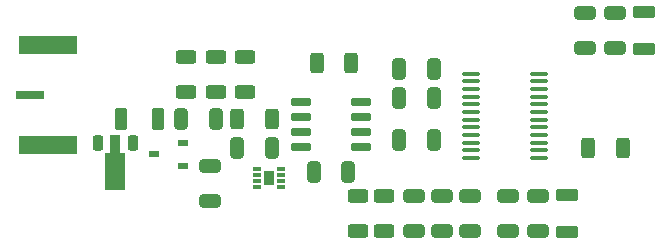
<source format=gbr>
%TF.GenerationSoftware,KiCad,Pcbnew,8.0.1*%
%TF.CreationDate,2024-03-28T06:54:54+07:00*%
%TF.ProjectId,ADC_pHAT,4144435f-7048-4415-942e-6b696361645f,rev?*%
%TF.SameCoordinates,PX5cbead0PY56c8cc0*%
%TF.FileFunction,Paste,Bot*%
%TF.FilePolarity,Positive*%
%FSLAX46Y46*%
G04 Gerber Fmt 4.6, Leading zero omitted, Abs format (unit mm)*
G04 Created by KiCad (PCBNEW 8.0.1) date 2024-03-28 06:54:54*
%MOMM*%
%LPD*%
G01*
G04 APERTURE LIST*
G04 Aperture macros list*
%AMRoundRect*
0 Rectangle with rounded corners*
0 $1 Rounding radius*
0 $2 $3 $4 $5 $6 $7 $8 $9 X,Y pos of 4 corners*
0 Add a 4 corners polygon primitive as box body*
4,1,4,$2,$3,$4,$5,$6,$7,$8,$9,$2,$3,0*
0 Add four circle primitives for the rounded corners*
1,1,$1+$1,$2,$3*
1,1,$1+$1,$4,$5*
1,1,$1+$1,$6,$7*
1,1,$1+$1,$8,$9*
0 Add four rect primitives between the rounded corners*
20,1,$1+$1,$2,$3,$4,$5,0*
20,1,$1+$1,$4,$5,$6,$7,0*
20,1,$1+$1,$6,$7,$8,$9,0*
20,1,$1+$1,$8,$9,$2,$3,0*%
%AMFreePoly0*
4,1,9,3.862500,-0.866500,0.737500,-0.866500,0.737500,-0.450000,-0.737500,-0.450000,-0.737500,0.450000,0.737500,0.450000,0.737500,0.866500,3.862500,0.866500,3.862500,-0.866500,3.862500,-0.866500,$1*%
G04 Aperture macros list end*
%ADD10RoundRect,0.250000X-0.275000X-0.700000X0.275000X-0.700000X0.275000X0.700000X-0.275000X0.700000X0*%
%ADD11RoundRect,0.250000X0.650000X-0.325000X0.650000X0.325000X-0.650000X0.325000X-0.650000X-0.325000X0*%
%ADD12RoundRect,0.250000X-0.650000X0.325000X-0.650000X-0.325000X0.650000X-0.325000X0.650000X0.325000X0*%
%ADD13RoundRect,0.250000X0.625000X-0.312500X0.625000X0.312500X-0.625000X0.312500X-0.625000X-0.312500X0*%
%ADD14R,0.850000X0.600000*%
%ADD15RoundRect,0.150000X-0.725000X-0.150000X0.725000X-0.150000X0.725000X0.150000X-0.725000X0.150000X0*%
%ADD16RoundRect,0.100000X-0.637500X-0.100000X0.637500X-0.100000X0.637500X0.100000X-0.637500X0.100000X0*%
%ADD17RoundRect,0.250000X0.325000X0.650000X-0.325000X0.650000X-0.325000X-0.650000X0.325000X-0.650000X0*%
%ADD18RoundRect,0.250000X0.312500X0.625000X-0.312500X0.625000X-0.312500X-0.625000X0.312500X-0.625000X0*%
%ADD19RoundRect,0.250000X-0.312500X-0.625000X0.312500X-0.625000X0.312500X0.625000X-0.312500X0.625000X0*%
%ADD20RoundRect,0.250000X-0.325000X-0.650000X0.325000X-0.650000X0.325000X0.650000X-0.325000X0.650000X0*%
%ADD21RoundRect,0.250000X-0.625000X0.312500X-0.625000X-0.312500X0.625000X-0.312500X0.625000X0.312500X0*%
%ADD22R,2.350000X0.700000*%
%ADD23R,4.900000X1.600000*%
%ADD24RoundRect,0.250000X0.700000X-0.275000X0.700000X0.275000X-0.700000X0.275000X-0.700000X-0.275000X0*%
%ADD25RoundRect,0.225000X-0.225000X0.425000X-0.225000X-0.425000X0.225000X-0.425000X0.225000X0.425000X0*%
%ADD26FreePoly0,270.000000*%
%ADD27RoundRect,0.250000X-0.700000X0.275000X-0.700000X-0.275000X0.700000X-0.275000X0.700000X0.275000X0*%
%ADD28R,0.750000X0.300000*%
%ADD29R,0.900000X1.300000*%
G04 APERTURE END LIST*
D10*
%TO.C,FB3*%
X8925000Y12750000D03*
X12075000Y12750000D03*
%TD*%
D11*
%TO.C,C13*%
X16500000Y5775000D03*
X16500000Y8725000D03*
%TD*%
D12*
%TO.C,C9*%
X36172500Y6225000D03*
X36172500Y3275000D03*
%TD*%
%TO.C,C4*%
X44250000Y6225000D03*
X44250000Y3275000D03*
%TD*%
D13*
%TO.C,R5*%
X29000000Y3287500D03*
X29000000Y6212500D03*
%TD*%
D14*
%TO.C,D1*%
X14200000Y10700000D03*
X14200000Y8800000D03*
X11800000Y9750000D03*
%TD*%
D15*
%TO.C,U4*%
X24175000Y10345000D03*
X24175000Y11615000D03*
X24175000Y12885000D03*
X24175000Y14155000D03*
X29325000Y14155000D03*
X29325000Y12885000D03*
X29325000Y11615000D03*
X29325000Y10345000D03*
%TD*%
D16*
%TO.C,U2*%
X38637500Y9425000D03*
X38637500Y10075000D03*
X38637500Y10725000D03*
X38637500Y11375000D03*
X38637500Y12025000D03*
X38637500Y12675000D03*
X38637500Y13325000D03*
X38637500Y13975000D03*
X38637500Y14625000D03*
X38637500Y15275000D03*
X38637500Y15925000D03*
X38637500Y16575000D03*
X44362500Y16575000D03*
X44362500Y15925000D03*
X44362500Y15275000D03*
X44362500Y14625000D03*
X44362500Y13975000D03*
X44362500Y13325000D03*
X44362500Y12675000D03*
X44362500Y12025000D03*
X44362500Y11375000D03*
X44362500Y10725000D03*
X44362500Y10075000D03*
X44362500Y9425000D03*
%TD*%
D17*
%TO.C,C11*%
X35475000Y14500000D03*
X32525000Y14500000D03*
%TD*%
%TO.C,C7*%
X35475000Y17000000D03*
X32525000Y17000000D03*
%TD*%
D18*
%TO.C,R8*%
X28462500Y17500000D03*
X25537500Y17500000D03*
%TD*%
D19*
%TO.C,R2*%
X48537500Y10250000D03*
X51462500Y10250000D03*
%TD*%
D11*
%TO.C,C2*%
X50750000Y18775000D03*
X50750000Y21725000D03*
%TD*%
D20*
%TO.C,C8*%
X14025000Y12750000D03*
X16975000Y12750000D03*
%TD*%
D21*
%TO.C,R7*%
X19500000Y17962500D03*
X19500000Y15037500D03*
%TD*%
D17*
%TO.C,C6*%
X35475000Y11000000D03*
X32525000Y11000000D03*
%TD*%
D18*
%TO.C,R9*%
X21712500Y12750000D03*
X18787500Y12750000D03*
%TD*%
D13*
%TO.C,R4*%
X17000000Y15037500D03*
X17000000Y17962500D03*
%TD*%
D22*
%TO.C,J1*%
X1250000Y14750000D03*
D23*
X2825000Y19000000D03*
X2825000Y10500000D03*
%TD*%
D11*
%TO.C,C1*%
X48250000Y18775000D03*
X48250000Y21725000D03*
%TD*%
D13*
%TO.C,R6*%
X31250000Y3287500D03*
X31250000Y6212500D03*
%TD*%
D24*
%TO.C,FB2*%
X46750000Y3175000D03*
X46750000Y6325000D03*
%TD*%
D12*
%TO.C,C10*%
X33750000Y6225000D03*
X33750000Y3275000D03*
%TD*%
D25*
%TO.C,U3*%
X7000000Y10700000D03*
D26*
X8500000Y10612500D03*
D25*
X10000000Y10700000D03*
%TD*%
D12*
%TO.C,C5*%
X38500000Y6225000D03*
X38500000Y3275000D03*
%TD*%
D27*
%TO.C,FB1*%
X53250000Y21825000D03*
X53250000Y18675000D03*
%TD*%
D21*
%TO.C,R1*%
X14500000Y17962500D03*
X14500000Y15037500D03*
%TD*%
D20*
%TO.C,C12*%
X18775000Y10250000D03*
X21725000Y10250000D03*
%TD*%
%TO.C,C14*%
X25275000Y8250000D03*
X28225000Y8250000D03*
%TD*%
D12*
%TO.C,C3*%
X41750000Y6225000D03*
X41750000Y3275000D03*
%TD*%
D28*
%TO.C,IC1*%
X22500000Y8500000D03*
X22500000Y8000000D03*
X22500000Y7500000D03*
X22500000Y7000000D03*
X20500000Y7000000D03*
X20500000Y7500000D03*
X20500000Y8000000D03*
X20500000Y8500000D03*
D29*
X21500000Y7750000D03*
%TD*%
M02*

</source>
